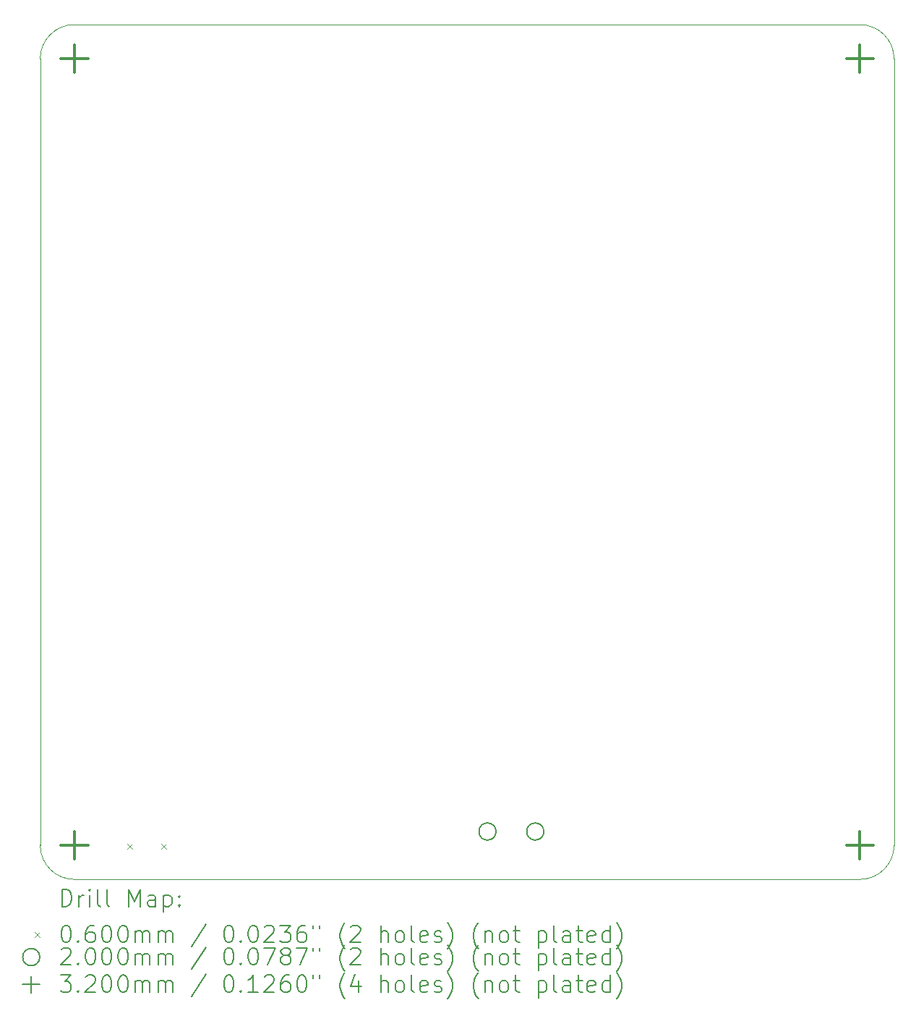
<source format=gbr>
%TF.GenerationSoftware,KiCad,Pcbnew,8.0.5*%
%TF.CreationDate,2025-01-18T12:22:14-08:00*%
%TF.ProjectId,dsp3,64737033-2e6b-4696-9361-645f70636258,rev?*%
%TF.SameCoordinates,Original*%
%TF.FileFunction,Drillmap*%
%TF.FilePolarity,Positive*%
%FSLAX45Y45*%
G04 Gerber Fmt 4.5, Leading zero omitted, Abs format (unit mm)*
G04 Created by KiCad (PCBNEW 8.0.5) date 2025-01-18 12:22:14*
%MOMM*%
%LPD*%
G01*
G04 APERTURE LIST*
%ADD10C,0.100000*%
%ADD11C,0.200000*%
%ADD12C,0.320000*%
G04 APERTURE END LIST*
D10*
X10600000Y-14400000D02*
X10600000Y-5200000D01*
X20200000Y-14800000D02*
X11000000Y-14800000D01*
X20600000Y-5200000D02*
X20600000Y-14400000D01*
X11000000Y-4800000D02*
X20200000Y-4800000D01*
X10600000Y-5200000D02*
G75*
G02*
X11000000Y-4800000I400000J0D01*
G01*
X11000000Y-14800000D02*
G75*
G02*
X10600000Y-14400000I0J400000D01*
G01*
X20600000Y-14400000D02*
G75*
G02*
X20200000Y-14800000I-400000J0D01*
G01*
X20200000Y-4800000D02*
G75*
G02*
X20600000Y-5200000I0J-400000D01*
G01*
D11*
D10*
X11617500Y-14385000D02*
X11677500Y-14445000D01*
X11677500Y-14385000D02*
X11617500Y-14445000D01*
X12017500Y-14385000D02*
X12077500Y-14445000D01*
X12077500Y-14385000D02*
X12017500Y-14445000D01*
D11*
X15938000Y-14240000D02*
G75*
G02*
X15738000Y-14240000I-100000J0D01*
G01*
X15738000Y-14240000D02*
G75*
G02*
X15938000Y-14240000I100000J0D01*
G01*
X16498000Y-14240000D02*
G75*
G02*
X16298000Y-14240000I-100000J0D01*
G01*
X16298000Y-14240000D02*
G75*
G02*
X16498000Y-14240000I100000J0D01*
G01*
D12*
X11000000Y-5040000D02*
X11000000Y-5360000D01*
X10840000Y-5200000D02*
X11160000Y-5200000D01*
X11000000Y-14240000D02*
X11000000Y-14560000D01*
X10840000Y-14400000D02*
X11160000Y-14400000D01*
X20200000Y-5040000D02*
X20200000Y-5360000D01*
X20040000Y-5200000D02*
X20360000Y-5200000D01*
X20200000Y-14240000D02*
X20200000Y-14560000D01*
X20040000Y-14400000D02*
X20360000Y-14400000D01*
D11*
X10855777Y-15116484D02*
X10855777Y-14916484D01*
X10855777Y-14916484D02*
X10903396Y-14916484D01*
X10903396Y-14916484D02*
X10931967Y-14926008D01*
X10931967Y-14926008D02*
X10951015Y-14945055D01*
X10951015Y-14945055D02*
X10960539Y-14964103D01*
X10960539Y-14964103D02*
X10970063Y-15002198D01*
X10970063Y-15002198D02*
X10970063Y-15030769D01*
X10970063Y-15030769D02*
X10960539Y-15068865D01*
X10960539Y-15068865D02*
X10951015Y-15087912D01*
X10951015Y-15087912D02*
X10931967Y-15106960D01*
X10931967Y-15106960D02*
X10903396Y-15116484D01*
X10903396Y-15116484D02*
X10855777Y-15116484D01*
X11055777Y-15116484D02*
X11055777Y-14983150D01*
X11055777Y-15021246D02*
X11065301Y-15002198D01*
X11065301Y-15002198D02*
X11074824Y-14992674D01*
X11074824Y-14992674D02*
X11093872Y-14983150D01*
X11093872Y-14983150D02*
X11112920Y-14983150D01*
X11179586Y-15116484D02*
X11179586Y-14983150D01*
X11179586Y-14916484D02*
X11170063Y-14926008D01*
X11170063Y-14926008D02*
X11179586Y-14935531D01*
X11179586Y-14935531D02*
X11189110Y-14926008D01*
X11189110Y-14926008D02*
X11179586Y-14916484D01*
X11179586Y-14916484D02*
X11179586Y-14935531D01*
X11303396Y-15116484D02*
X11284348Y-15106960D01*
X11284348Y-15106960D02*
X11274824Y-15087912D01*
X11274824Y-15087912D02*
X11274824Y-14916484D01*
X11408158Y-15116484D02*
X11389110Y-15106960D01*
X11389110Y-15106960D02*
X11379586Y-15087912D01*
X11379586Y-15087912D02*
X11379586Y-14916484D01*
X11636729Y-15116484D02*
X11636729Y-14916484D01*
X11636729Y-14916484D02*
X11703396Y-15059341D01*
X11703396Y-15059341D02*
X11770062Y-14916484D01*
X11770062Y-14916484D02*
X11770062Y-15116484D01*
X11951015Y-15116484D02*
X11951015Y-15011722D01*
X11951015Y-15011722D02*
X11941491Y-14992674D01*
X11941491Y-14992674D02*
X11922443Y-14983150D01*
X11922443Y-14983150D02*
X11884348Y-14983150D01*
X11884348Y-14983150D02*
X11865301Y-14992674D01*
X11951015Y-15106960D02*
X11931967Y-15116484D01*
X11931967Y-15116484D02*
X11884348Y-15116484D01*
X11884348Y-15116484D02*
X11865301Y-15106960D01*
X11865301Y-15106960D02*
X11855777Y-15087912D01*
X11855777Y-15087912D02*
X11855777Y-15068865D01*
X11855777Y-15068865D02*
X11865301Y-15049817D01*
X11865301Y-15049817D02*
X11884348Y-15040293D01*
X11884348Y-15040293D02*
X11931967Y-15040293D01*
X11931967Y-15040293D02*
X11951015Y-15030769D01*
X12046253Y-14983150D02*
X12046253Y-15183150D01*
X12046253Y-14992674D02*
X12065301Y-14983150D01*
X12065301Y-14983150D02*
X12103396Y-14983150D01*
X12103396Y-14983150D02*
X12122443Y-14992674D01*
X12122443Y-14992674D02*
X12131967Y-15002198D01*
X12131967Y-15002198D02*
X12141491Y-15021246D01*
X12141491Y-15021246D02*
X12141491Y-15078388D01*
X12141491Y-15078388D02*
X12131967Y-15097436D01*
X12131967Y-15097436D02*
X12122443Y-15106960D01*
X12122443Y-15106960D02*
X12103396Y-15116484D01*
X12103396Y-15116484D02*
X12065301Y-15116484D01*
X12065301Y-15116484D02*
X12046253Y-15106960D01*
X12227205Y-15097436D02*
X12236729Y-15106960D01*
X12236729Y-15106960D02*
X12227205Y-15116484D01*
X12227205Y-15116484D02*
X12217682Y-15106960D01*
X12217682Y-15106960D02*
X12227205Y-15097436D01*
X12227205Y-15097436D02*
X12227205Y-15116484D01*
X12227205Y-14992674D02*
X12236729Y-15002198D01*
X12236729Y-15002198D02*
X12227205Y-15011722D01*
X12227205Y-15011722D02*
X12217682Y-15002198D01*
X12217682Y-15002198D02*
X12227205Y-14992674D01*
X12227205Y-14992674D02*
X12227205Y-15011722D01*
D10*
X10535000Y-15415000D02*
X10595000Y-15475000D01*
X10595000Y-15415000D02*
X10535000Y-15475000D01*
D11*
X10893872Y-15336484D02*
X10912920Y-15336484D01*
X10912920Y-15336484D02*
X10931967Y-15346008D01*
X10931967Y-15346008D02*
X10941491Y-15355531D01*
X10941491Y-15355531D02*
X10951015Y-15374579D01*
X10951015Y-15374579D02*
X10960539Y-15412674D01*
X10960539Y-15412674D02*
X10960539Y-15460293D01*
X10960539Y-15460293D02*
X10951015Y-15498388D01*
X10951015Y-15498388D02*
X10941491Y-15517436D01*
X10941491Y-15517436D02*
X10931967Y-15526960D01*
X10931967Y-15526960D02*
X10912920Y-15536484D01*
X10912920Y-15536484D02*
X10893872Y-15536484D01*
X10893872Y-15536484D02*
X10874824Y-15526960D01*
X10874824Y-15526960D02*
X10865301Y-15517436D01*
X10865301Y-15517436D02*
X10855777Y-15498388D01*
X10855777Y-15498388D02*
X10846253Y-15460293D01*
X10846253Y-15460293D02*
X10846253Y-15412674D01*
X10846253Y-15412674D02*
X10855777Y-15374579D01*
X10855777Y-15374579D02*
X10865301Y-15355531D01*
X10865301Y-15355531D02*
X10874824Y-15346008D01*
X10874824Y-15346008D02*
X10893872Y-15336484D01*
X11046253Y-15517436D02*
X11055777Y-15526960D01*
X11055777Y-15526960D02*
X11046253Y-15536484D01*
X11046253Y-15536484D02*
X11036729Y-15526960D01*
X11036729Y-15526960D02*
X11046253Y-15517436D01*
X11046253Y-15517436D02*
X11046253Y-15536484D01*
X11227205Y-15336484D02*
X11189110Y-15336484D01*
X11189110Y-15336484D02*
X11170063Y-15346008D01*
X11170063Y-15346008D02*
X11160539Y-15355531D01*
X11160539Y-15355531D02*
X11141491Y-15384103D01*
X11141491Y-15384103D02*
X11131967Y-15422198D01*
X11131967Y-15422198D02*
X11131967Y-15498388D01*
X11131967Y-15498388D02*
X11141491Y-15517436D01*
X11141491Y-15517436D02*
X11151015Y-15526960D01*
X11151015Y-15526960D02*
X11170063Y-15536484D01*
X11170063Y-15536484D02*
X11208158Y-15536484D01*
X11208158Y-15536484D02*
X11227205Y-15526960D01*
X11227205Y-15526960D02*
X11236729Y-15517436D01*
X11236729Y-15517436D02*
X11246253Y-15498388D01*
X11246253Y-15498388D02*
X11246253Y-15450769D01*
X11246253Y-15450769D02*
X11236729Y-15431722D01*
X11236729Y-15431722D02*
X11227205Y-15422198D01*
X11227205Y-15422198D02*
X11208158Y-15412674D01*
X11208158Y-15412674D02*
X11170063Y-15412674D01*
X11170063Y-15412674D02*
X11151015Y-15422198D01*
X11151015Y-15422198D02*
X11141491Y-15431722D01*
X11141491Y-15431722D02*
X11131967Y-15450769D01*
X11370062Y-15336484D02*
X11389110Y-15336484D01*
X11389110Y-15336484D02*
X11408158Y-15346008D01*
X11408158Y-15346008D02*
X11417682Y-15355531D01*
X11417682Y-15355531D02*
X11427205Y-15374579D01*
X11427205Y-15374579D02*
X11436729Y-15412674D01*
X11436729Y-15412674D02*
X11436729Y-15460293D01*
X11436729Y-15460293D02*
X11427205Y-15498388D01*
X11427205Y-15498388D02*
X11417682Y-15517436D01*
X11417682Y-15517436D02*
X11408158Y-15526960D01*
X11408158Y-15526960D02*
X11389110Y-15536484D01*
X11389110Y-15536484D02*
X11370062Y-15536484D01*
X11370062Y-15536484D02*
X11351015Y-15526960D01*
X11351015Y-15526960D02*
X11341491Y-15517436D01*
X11341491Y-15517436D02*
X11331967Y-15498388D01*
X11331967Y-15498388D02*
X11322443Y-15460293D01*
X11322443Y-15460293D02*
X11322443Y-15412674D01*
X11322443Y-15412674D02*
X11331967Y-15374579D01*
X11331967Y-15374579D02*
X11341491Y-15355531D01*
X11341491Y-15355531D02*
X11351015Y-15346008D01*
X11351015Y-15346008D02*
X11370062Y-15336484D01*
X11560539Y-15336484D02*
X11579586Y-15336484D01*
X11579586Y-15336484D02*
X11598634Y-15346008D01*
X11598634Y-15346008D02*
X11608158Y-15355531D01*
X11608158Y-15355531D02*
X11617682Y-15374579D01*
X11617682Y-15374579D02*
X11627205Y-15412674D01*
X11627205Y-15412674D02*
X11627205Y-15460293D01*
X11627205Y-15460293D02*
X11617682Y-15498388D01*
X11617682Y-15498388D02*
X11608158Y-15517436D01*
X11608158Y-15517436D02*
X11598634Y-15526960D01*
X11598634Y-15526960D02*
X11579586Y-15536484D01*
X11579586Y-15536484D02*
X11560539Y-15536484D01*
X11560539Y-15536484D02*
X11541491Y-15526960D01*
X11541491Y-15526960D02*
X11531967Y-15517436D01*
X11531967Y-15517436D02*
X11522443Y-15498388D01*
X11522443Y-15498388D02*
X11512920Y-15460293D01*
X11512920Y-15460293D02*
X11512920Y-15412674D01*
X11512920Y-15412674D02*
X11522443Y-15374579D01*
X11522443Y-15374579D02*
X11531967Y-15355531D01*
X11531967Y-15355531D02*
X11541491Y-15346008D01*
X11541491Y-15346008D02*
X11560539Y-15336484D01*
X11712920Y-15536484D02*
X11712920Y-15403150D01*
X11712920Y-15422198D02*
X11722443Y-15412674D01*
X11722443Y-15412674D02*
X11741491Y-15403150D01*
X11741491Y-15403150D02*
X11770063Y-15403150D01*
X11770063Y-15403150D02*
X11789110Y-15412674D01*
X11789110Y-15412674D02*
X11798634Y-15431722D01*
X11798634Y-15431722D02*
X11798634Y-15536484D01*
X11798634Y-15431722D02*
X11808158Y-15412674D01*
X11808158Y-15412674D02*
X11827205Y-15403150D01*
X11827205Y-15403150D02*
X11855777Y-15403150D01*
X11855777Y-15403150D02*
X11874824Y-15412674D01*
X11874824Y-15412674D02*
X11884348Y-15431722D01*
X11884348Y-15431722D02*
X11884348Y-15536484D01*
X11979586Y-15536484D02*
X11979586Y-15403150D01*
X11979586Y-15422198D02*
X11989110Y-15412674D01*
X11989110Y-15412674D02*
X12008158Y-15403150D01*
X12008158Y-15403150D02*
X12036729Y-15403150D01*
X12036729Y-15403150D02*
X12055777Y-15412674D01*
X12055777Y-15412674D02*
X12065301Y-15431722D01*
X12065301Y-15431722D02*
X12065301Y-15536484D01*
X12065301Y-15431722D02*
X12074824Y-15412674D01*
X12074824Y-15412674D02*
X12093872Y-15403150D01*
X12093872Y-15403150D02*
X12122443Y-15403150D01*
X12122443Y-15403150D02*
X12141491Y-15412674D01*
X12141491Y-15412674D02*
X12151015Y-15431722D01*
X12151015Y-15431722D02*
X12151015Y-15536484D01*
X12541491Y-15326960D02*
X12370063Y-15584103D01*
X12798634Y-15336484D02*
X12817682Y-15336484D01*
X12817682Y-15336484D02*
X12836729Y-15346008D01*
X12836729Y-15346008D02*
X12846253Y-15355531D01*
X12846253Y-15355531D02*
X12855777Y-15374579D01*
X12855777Y-15374579D02*
X12865301Y-15412674D01*
X12865301Y-15412674D02*
X12865301Y-15460293D01*
X12865301Y-15460293D02*
X12855777Y-15498388D01*
X12855777Y-15498388D02*
X12846253Y-15517436D01*
X12846253Y-15517436D02*
X12836729Y-15526960D01*
X12836729Y-15526960D02*
X12817682Y-15536484D01*
X12817682Y-15536484D02*
X12798634Y-15536484D01*
X12798634Y-15536484D02*
X12779586Y-15526960D01*
X12779586Y-15526960D02*
X12770063Y-15517436D01*
X12770063Y-15517436D02*
X12760539Y-15498388D01*
X12760539Y-15498388D02*
X12751015Y-15460293D01*
X12751015Y-15460293D02*
X12751015Y-15412674D01*
X12751015Y-15412674D02*
X12760539Y-15374579D01*
X12760539Y-15374579D02*
X12770063Y-15355531D01*
X12770063Y-15355531D02*
X12779586Y-15346008D01*
X12779586Y-15346008D02*
X12798634Y-15336484D01*
X12951015Y-15517436D02*
X12960539Y-15526960D01*
X12960539Y-15526960D02*
X12951015Y-15536484D01*
X12951015Y-15536484D02*
X12941491Y-15526960D01*
X12941491Y-15526960D02*
X12951015Y-15517436D01*
X12951015Y-15517436D02*
X12951015Y-15536484D01*
X13084348Y-15336484D02*
X13103396Y-15336484D01*
X13103396Y-15336484D02*
X13122444Y-15346008D01*
X13122444Y-15346008D02*
X13131967Y-15355531D01*
X13131967Y-15355531D02*
X13141491Y-15374579D01*
X13141491Y-15374579D02*
X13151015Y-15412674D01*
X13151015Y-15412674D02*
X13151015Y-15460293D01*
X13151015Y-15460293D02*
X13141491Y-15498388D01*
X13141491Y-15498388D02*
X13131967Y-15517436D01*
X13131967Y-15517436D02*
X13122444Y-15526960D01*
X13122444Y-15526960D02*
X13103396Y-15536484D01*
X13103396Y-15536484D02*
X13084348Y-15536484D01*
X13084348Y-15536484D02*
X13065301Y-15526960D01*
X13065301Y-15526960D02*
X13055777Y-15517436D01*
X13055777Y-15517436D02*
X13046253Y-15498388D01*
X13046253Y-15498388D02*
X13036729Y-15460293D01*
X13036729Y-15460293D02*
X13036729Y-15412674D01*
X13036729Y-15412674D02*
X13046253Y-15374579D01*
X13046253Y-15374579D02*
X13055777Y-15355531D01*
X13055777Y-15355531D02*
X13065301Y-15346008D01*
X13065301Y-15346008D02*
X13084348Y-15336484D01*
X13227206Y-15355531D02*
X13236729Y-15346008D01*
X13236729Y-15346008D02*
X13255777Y-15336484D01*
X13255777Y-15336484D02*
X13303396Y-15336484D01*
X13303396Y-15336484D02*
X13322444Y-15346008D01*
X13322444Y-15346008D02*
X13331967Y-15355531D01*
X13331967Y-15355531D02*
X13341491Y-15374579D01*
X13341491Y-15374579D02*
X13341491Y-15393627D01*
X13341491Y-15393627D02*
X13331967Y-15422198D01*
X13331967Y-15422198D02*
X13217682Y-15536484D01*
X13217682Y-15536484D02*
X13341491Y-15536484D01*
X13408158Y-15336484D02*
X13531967Y-15336484D01*
X13531967Y-15336484D02*
X13465301Y-15412674D01*
X13465301Y-15412674D02*
X13493872Y-15412674D01*
X13493872Y-15412674D02*
X13512920Y-15422198D01*
X13512920Y-15422198D02*
X13522444Y-15431722D01*
X13522444Y-15431722D02*
X13531967Y-15450769D01*
X13531967Y-15450769D02*
X13531967Y-15498388D01*
X13531967Y-15498388D02*
X13522444Y-15517436D01*
X13522444Y-15517436D02*
X13512920Y-15526960D01*
X13512920Y-15526960D02*
X13493872Y-15536484D01*
X13493872Y-15536484D02*
X13436729Y-15536484D01*
X13436729Y-15536484D02*
X13417682Y-15526960D01*
X13417682Y-15526960D02*
X13408158Y-15517436D01*
X13703396Y-15336484D02*
X13665301Y-15336484D01*
X13665301Y-15336484D02*
X13646253Y-15346008D01*
X13646253Y-15346008D02*
X13636729Y-15355531D01*
X13636729Y-15355531D02*
X13617682Y-15384103D01*
X13617682Y-15384103D02*
X13608158Y-15422198D01*
X13608158Y-15422198D02*
X13608158Y-15498388D01*
X13608158Y-15498388D02*
X13617682Y-15517436D01*
X13617682Y-15517436D02*
X13627206Y-15526960D01*
X13627206Y-15526960D02*
X13646253Y-15536484D01*
X13646253Y-15536484D02*
X13684348Y-15536484D01*
X13684348Y-15536484D02*
X13703396Y-15526960D01*
X13703396Y-15526960D02*
X13712920Y-15517436D01*
X13712920Y-15517436D02*
X13722444Y-15498388D01*
X13722444Y-15498388D02*
X13722444Y-15450769D01*
X13722444Y-15450769D02*
X13712920Y-15431722D01*
X13712920Y-15431722D02*
X13703396Y-15422198D01*
X13703396Y-15422198D02*
X13684348Y-15412674D01*
X13684348Y-15412674D02*
X13646253Y-15412674D01*
X13646253Y-15412674D02*
X13627206Y-15422198D01*
X13627206Y-15422198D02*
X13617682Y-15431722D01*
X13617682Y-15431722D02*
X13608158Y-15450769D01*
X13798634Y-15336484D02*
X13798634Y-15374579D01*
X13874825Y-15336484D02*
X13874825Y-15374579D01*
X14170063Y-15612674D02*
X14160539Y-15603150D01*
X14160539Y-15603150D02*
X14141491Y-15574579D01*
X14141491Y-15574579D02*
X14131968Y-15555531D01*
X14131968Y-15555531D02*
X14122444Y-15526960D01*
X14122444Y-15526960D02*
X14112920Y-15479341D01*
X14112920Y-15479341D02*
X14112920Y-15441246D01*
X14112920Y-15441246D02*
X14122444Y-15393627D01*
X14122444Y-15393627D02*
X14131968Y-15365055D01*
X14131968Y-15365055D02*
X14141491Y-15346008D01*
X14141491Y-15346008D02*
X14160539Y-15317436D01*
X14160539Y-15317436D02*
X14170063Y-15307912D01*
X14236729Y-15355531D02*
X14246253Y-15346008D01*
X14246253Y-15346008D02*
X14265301Y-15336484D01*
X14265301Y-15336484D02*
X14312920Y-15336484D01*
X14312920Y-15336484D02*
X14331968Y-15346008D01*
X14331968Y-15346008D02*
X14341491Y-15355531D01*
X14341491Y-15355531D02*
X14351015Y-15374579D01*
X14351015Y-15374579D02*
X14351015Y-15393627D01*
X14351015Y-15393627D02*
X14341491Y-15422198D01*
X14341491Y-15422198D02*
X14227206Y-15536484D01*
X14227206Y-15536484D02*
X14351015Y-15536484D01*
X14589110Y-15536484D02*
X14589110Y-15336484D01*
X14674825Y-15536484D02*
X14674825Y-15431722D01*
X14674825Y-15431722D02*
X14665301Y-15412674D01*
X14665301Y-15412674D02*
X14646253Y-15403150D01*
X14646253Y-15403150D02*
X14617682Y-15403150D01*
X14617682Y-15403150D02*
X14598634Y-15412674D01*
X14598634Y-15412674D02*
X14589110Y-15422198D01*
X14798634Y-15536484D02*
X14779587Y-15526960D01*
X14779587Y-15526960D02*
X14770063Y-15517436D01*
X14770063Y-15517436D02*
X14760539Y-15498388D01*
X14760539Y-15498388D02*
X14760539Y-15441246D01*
X14760539Y-15441246D02*
X14770063Y-15422198D01*
X14770063Y-15422198D02*
X14779587Y-15412674D01*
X14779587Y-15412674D02*
X14798634Y-15403150D01*
X14798634Y-15403150D02*
X14827206Y-15403150D01*
X14827206Y-15403150D02*
X14846253Y-15412674D01*
X14846253Y-15412674D02*
X14855777Y-15422198D01*
X14855777Y-15422198D02*
X14865301Y-15441246D01*
X14865301Y-15441246D02*
X14865301Y-15498388D01*
X14865301Y-15498388D02*
X14855777Y-15517436D01*
X14855777Y-15517436D02*
X14846253Y-15526960D01*
X14846253Y-15526960D02*
X14827206Y-15536484D01*
X14827206Y-15536484D02*
X14798634Y-15536484D01*
X14979587Y-15536484D02*
X14960539Y-15526960D01*
X14960539Y-15526960D02*
X14951015Y-15507912D01*
X14951015Y-15507912D02*
X14951015Y-15336484D01*
X15131968Y-15526960D02*
X15112920Y-15536484D01*
X15112920Y-15536484D02*
X15074825Y-15536484D01*
X15074825Y-15536484D02*
X15055777Y-15526960D01*
X15055777Y-15526960D02*
X15046253Y-15507912D01*
X15046253Y-15507912D02*
X15046253Y-15431722D01*
X15046253Y-15431722D02*
X15055777Y-15412674D01*
X15055777Y-15412674D02*
X15074825Y-15403150D01*
X15074825Y-15403150D02*
X15112920Y-15403150D01*
X15112920Y-15403150D02*
X15131968Y-15412674D01*
X15131968Y-15412674D02*
X15141491Y-15431722D01*
X15141491Y-15431722D02*
X15141491Y-15450769D01*
X15141491Y-15450769D02*
X15046253Y-15469817D01*
X15217682Y-15526960D02*
X15236730Y-15536484D01*
X15236730Y-15536484D02*
X15274825Y-15536484D01*
X15274825Y-15536484D02*
X15293872Y-15526960D01*
X15293872Y-15526960D02*
X15303396Y-15507912D01*
X15303396Y-15507912D02*
X15303396Y-15498388D01*
X15303396Y-15498388D02*
X15293872Y-15479341D01*
X15293872Y-15479341D02*
X15274825Y-15469817D01*
X15274825Y-15469817D02*
X15246253Y-15469817D01*
X15246253Y-15469817D02*
X15227206Y-15460293D01*
X15227206Y-15460293D02*
X15217682Y-15441246D01*
X15217682Y-15441246D02*
X15217682Y-15431722D01*
X15217682Y-15431722D02*
X15227206Y-15412674D01*
X15227206Y-15412674D02*
X15246253Y-15403150D01*
X15246253Y-15403150D02*
X15274825Y-15403150D01*
X15274825Y-15403150D02*
X15293872Y-15412674D01*
X15370063Y-15612674D02*
X15379587Y-15603150D01*
X15379587Y-15603150D02*
X15398634Y-15574579D01*
X15398634Y-15574579D02*
X15408158Y-15555531D01*
X15408158Y-15555531D02*
X15417682Y-15526960D01*
X15417682Y-15526960D02*
X15427206Y-15479341D01*
X15427206Y-15479341D02*
X15427206Y-15441246D01*
X15427206Y-15441246D02*
X15417682Y-15393627D01*
X15417682Y-15393627D02*
X15408158Y-15365055D01*
X15408158Y-15365055D02*
X15398634Y-15346008D01*
X15398634Y-15346008D02*
X15379587Y-15317436D01*
X15379587Y-15317436D02*
X15370063Y-15307912D01*
X15731968Y-15612674D02*
X15722444Y-15603150D01*
X15722444Y-15603150D02*
X15703396Y-15574579D01*
X15703396Y-15574579D02*
X15693872Y-15555531D01*
X15693872Y-15555531D02*
X15684349Y-15526960D01*
X15684349Y-15526960D02*
X15674825Y-15479341D01*
X15674825Y-15479341D02*
X15674825Y-15441246D01*
X15674825Y-15441246D02*
X15684349Y-15393627D01*
X15684349Y-15393627D02*
X15693872Y-15365055D01*
X15693872Y-15365055D02*
X15703396Y-15346008D01*
X15703396Y-15346008D02*
X15722444Y-15317436D01*
X15722444Y-15317436D02*
X15731968Y-15307912D01*
X15808158Y-15403150D02*
X15808158Y-15536484D01*
X15808158Y-15422198D02*
X15817682Y-15412674D01*
X15817682Y-15412674D02*
X15836730Y-15403150D01*
X15836730Y-15403150D02*
X15865301Y-15403150D01*
X15865301Y-15403150D02*
X15884349Y-15412674D01*
X15884349Y-15412674D02*
X15893872Y-15431722D01*
X15893872Y-15431722D02*
X15893872Y-15536484D01*
X16017682Y-15536484D02*
X15998634Y-15526960D01*
X15998634Y-15526960D02*
X15989111Y-15517436D01*
X15989111Y-15517436D02*
X15979587Y-15498388D01*
X15979587Y-15498388D02*
X15979587Y-15441246D01*
X15979587Y-15441246D02*
X15989111Y-15422198D01*
X15989111Y-15422198D02*
X15998634Y-15412674D01*
X15998634Y-15412674D02*
X16017682Y-15403150D01*
X16017682Y-15403150D02*
X16046253Y-15403150D01*
X16046253Y-15403150D02*
X16065301Y-15412674D01*
X16065301Y-15412674D02*
X16074825Y-15422198D01*
X16074825Y-15422198D02*
X16084349Y-15441246D01*
X16084349Y-15441246D02*
X16084349Y-15498388D01*
X16084349Y-15498388D02*
X16074825Y-15517436D01*
X16074825Y-15517436D02*
X16065301Y-15526960D01*
X16065301Y-15526960D02*
X16046253Y-15536484D01*
X16046253Y-15536484D02*
X16017682Y-15536484D01*
X16141492Y-15403150D02*
X16217682Y-15403150D01*
X16170063Y-15336484D02*
X16170063Y-15507912D01*
X16170063Y-15507912D02*
X16179587Y-15526960D01*
X16179587Y-15526960D02*
X16198634Y-15536484D01*
X16198634Y-15536484D02*
X16217682Y-15536484D01*
X16436730Y-15403150D02*
X16436730Y-15603150D01*
X16436730Y-15412674D02*
X16455777Y-15403150D01*
X16455777Y-15403150D02*
X16493873Y-15403150D01*
X16493873Y-15403150D02*
X16512920Y-15412674D01*
X16512920Y-15412674D02*
X16522444Y-15422198D01*
X16522444Y-15422198D02*
X16531968Y-15441246D01*
X16531968Y-15441246D02*
X16531968Y-15498388D01*
X16531968Y-15498388D02*
X16522444Y-15517436D01*
X16522444Y-15517436D02*
X16512920Y-15526960D01*
X16512920Y-15526960D02*
X16493873Y-15536484D01*
X16493873Y-15536484D02*
X16455777Y-15536484D01*
X16455777Y-15536484D02*
X16436730Y-15526960D01*
X16646253Y-15536484D02*
X16627206Y-15526960D01*
X16627206Y-15526960D02*
X16617682Y-15507912D01*
X16617682Y-15507912D02*
X16617682Y-15336484D01*
X16808158Y-15536484D02*
X16808158Y-15431722D01*
X16808158Y-15431722D02*
X16798635Y-15412674D01*
X16798635Y-15412674D02*
X16779587Y-15403150D01*
X16779587Y-15403150D02*
X16741492Y-15403150D01*
X16741492Y-15403150D02*
X16722444Y-15412674D01*
X16808158Y-15526960D02*
X16789111Y-15536484D01*
X16789111Y-15536484D02*
X16741492Y-15536484D01*
X16741492Y-15536484D02*
X16722444Y-15526960D01*
X16722444Y-15526960D02*
X16712920Y-15507912D01*
X16712920Y-15507912D02*
X16712920Y-15488865D01*
X16712920Y-15488865D02*
X16722444Y-15469817D01*
X16722444Y-15469817D02*
X16741492Y-15460293D01*
X16741492Y-15460293D02*
X16789111Y-15460293D01*
X16789111Y-15460293D02*
X16808158Y-15450769D01*
X16874825Y-15403150D02*
X16951015Y-15403150D01*
X16903396Y-15336484D02*
X16903396Y-15507912D01*
X16903396Y-15507912D02*
X16912920Y-15526960D01*
X16912920Y-15526960D02*
X16931968Y-15536484D01*
X16931968Y-15536484D02*
X16951015Y-15536484D01*
X17093873Y-15526960D02*
X17074825Y-15536484D01*
X17074825Y-15536484D02*
X17036730Y-15536484D01*
X17036730Y-15536484D02*
X17017682Y-15526960D01*
X17017682Y-15526960D02*
X17008158Y-15507912D01*
X17008158Y-15507912D02*
X17008158Y-15431722D01*
X17008158Y-15431722D02*
X17017682Y-15412674D01*
X17017682Y-15412674D02*
X17036730Y-15403150D01*
X17036730Y-15403150D02*
X17074825Y-15403150D01*
X17074825Y-15403150D02*
X17093873Y-15412674D01*
X17093873Y-15412674D02*
X17103396Y-15431722D01*
X17103396Y-15431722D02*
X17103396Y-15450769D01*
X17103396Y-15450769D02*
X17008158Y-15469817D01*
X17274825Y-15536484D02*
X17274825Y-15336484D01*
X17274825Y-15526960D02*
X17255777Y-15536484D01*
X17255777Y-15536484D02*
X17217682Y-15536484D01*
X17217682Y-15536484D02*
X17198635Y-15526960D01*
X17198635Y-15526960D02*
X17189111Y-15517436D01*
X17189111Y-15517436D02*
X17179587Y-15498388D01*
X17179587Y-15498388D02*
X17179587Y-15441246D01*
X17179587Y-15441246D02*
X17189111Y-15422198D01*
X17189111Y-15422198D02*
X17198635Y-15412674D01*
X17198635Y-15412674D02*
X17217682Y-15403150D01*
X17217682Y-15403150D02*
X17255777Y-15403150D01*
X17255777Y-15403150D02*
X17274825Y-15412674D01*
X17351016Y-15612674D02*
X17360539Y-15603150D01*
X17360539Y-15603150D02*
X17379587Y-15574579D01*
X17379587Y-15574579D02*
X17389111Y-15555531D01*
X17389111Y-15555531D02*
X17398635Y-15526960D01*
X17398635Y-15526960D02*
X17408158Y-15479341D01*
X17408158Y-15479341D02*
X17408158Y-15441246D01*
X17408158Y-15441246D02*
X17398635Y-15393627D01*
X17398635Y-15393627D02*
X17389111Y-15365055D01*
X17389111Y-15365055D02*
X17379587Y-15346008D01*
X17379587Y-15346008D02*
X17360539Y-15317436D01*
X17360539Y-15317436D02*
X17351016Y-15307912D01*
X10595000Y-15709000D02*
G75*
G02*
X10395000Y-15709000I-100000J0D01*
G01*
X10395000Y-15709000D02*
G75*
G02*
X10595000Y-15709000I100000J0D01*
G01*
X10846253Y-15619531D02*
X10855777Y-15610008D01*
X10855777Y-15610008D02*
X10874824Y-15600484D01*
X10874824Y-15600484D02*
X10922444Y-15600484D01*
X10922444Y-15600484D02*
X10941491Y-15610008D01*
X10941491Y-15610008D02*
X10951015Y-15619531D01*
X10951015Y-15619531D02*
X10960539Y-15638579D01*
X10960539Y-15638579D02*
X10960539Y-15657627D01*
X10960539Y-15657627D02*
X10951015Y-15686198D01*
X10951015Y-15686198D02*
X10836729Y-15800484D01*
X10836729Y-15800484D02*
X10960539Y-15800484D01*
X11046253Y-15781436D02*
X11055777Y-15790960D01*
X11055777Y-15790960D02*
X11046253Y-15800484D01*
X11046253Y-15800484D02*
X11036729Y-15790960D01*
X11036729Y-15790960D02*
X11046253Y-15781436D01*
X11046253Y-15781436D02*
X11046253Y-15800484D01*
X11179586Y-15600484D02*
X11198634Y-15600484D01*
X11198634Y-15600484D02*
X11217682Y-15610008D01*
X11217682Y-15610008D02*
X11227205Y-15619531D01*
X11227205Y-15619531D02*
X11236729Y-15638579D01*
X11236729Y-15638579D02*
X11246253Y-15676674D01*
X11246253Y-15676674D02*
X11246253Y-15724293D01*
X11246253Y-15724293D02*
X11236729Y-15762388D01*
X11236729Y-15762388D02*
X11227205Y-15781436D01*
X11227205Y-15781436D02*
X11217682Y-15790960D01*
X11217682Y-15790960D02*
X11198634Y-15800484D01*
X11198634Y-15800484D02*
X11179586Y-15800484D01*
X11179586Y-15800484D02*
X11160539Y-15790960D01*
X11160539Y-15790960D02*
X11151015Y-15781436D01*
X11151015Y-15781436D02*
X11141491Y-15762388D01*
X11141491Y-15762388D02*
X11131967Y-15724293D01*
X11131967Y-15724293D02*
X11131967Y-15676674D01*
X11131967Y-15676674D02*
X11141491Y-15638579D01*
X11141491Y-15638579D02*
X11151015Y-15619531D01*
X11151015Y-15619531D02*
X11160539Y-15610008D01*
X11160539Y-15610008D02*
X11179586Y-15600484D01*
X11370062Y-15600484D02*
X11389110Y-15600484D01*
X11389110Y-15600484D02*
X11408158Y-15610008D01*
X11408158Y-15610008D02*
X11417682Y-15619531D01*
X11417682Y-15619531D02*
X11427205Y-15638579D01*
X11427205Y-15638579D02*
X11436729Y-15676674D01*
X11436729Y-15676674D02*
X11436729Y-15724293D01*
X11436729Y-15724293D02*
X11427205Y-15762388D01*
X11427205Y-15762388D02*
X11417682Y-15781436D01*
X11417682Y-15781436D02*
X11408158Y-15790960D01*
X11408158Y-15790960D02*
X11389110Y-15800484D01*
X11389110Y-15800484D02*
X11370062Y-15800484D01*
X11370062Y-15800484D02*
X11351015Y-15790960D01*
X11351015Y-15790960D02*
X11341491Y-15781436D01*
X11341491Y-15781436D02*
X11331967Y-15762388D01*
X11331967Y-15762388D02*
X11322443Y-15724293D01*
X11322443Y-15724293D02*
X11322443Y-15676674D01*
X11322443Y-15676674D02*
X11331967Y-15638579D01*
X11331967Y-15638579D02*
X11341491Y-15619531D01*
X11341491Y-15619531D02*
X11351015Y-15610008D01*
X11351015Y-15610008D02*
X11370062Y-15600484D01*
X11560539Y-15600484D02*
X11579586Y-15600484D01*
X11579586Y-15600484D02*
X11598634Y-15610008D01*
X11598634Y-15610008D02*
X11608158Y-15619531D01*
X11608158Y-15619531D02*
X11617682Y-15638579D01*
X11617682Y-15638579D02*
X11627205Y-15676674D01*
X11627205Y-15676674D02*
X11627205Y-15724293D01*
X11627205Y-15724293D02*
X11617682Y-15762388D01*
X11617682Y-15762388D02*
X11608158Y-15781436D01*
X11608158Y-15781436D02*
X11598634Y-15790960D01*
X11598634Y-15790960D02*
X11579586Y-15800484D01*
X11579586Y-15800484D02*
X11560539Y-15800484D01*
X11560539Y-15800484D02*
X11541491Y-15790960D01*
X11541491Y-15790960D02*
X11531967Y-15781436D01*
X11531967Y-15781436D02*
X11522443Y-15762388D01*
X11522443Y-15762388D02*
X11512920Y-15724293D01*
X11512920Y-15724293D02*
X11512920Y-15676674D01*
X11512920Y-15676674D02*
X11522443Y-15638579D01*
X11522443Y-15638579D02*
X11531967Y-15619531D01*
X11531967Y-15619531D02*
X11541491Y-15610008D01*
X11541491Y-15610008D02*
X11560539Y-15600484D01*
X11712920Y-15800484D02*
X11712920Y-15667150D01*
X11712920Y-15686198D02*
X11722443Y-15676674D01*
X11722443Y-15676674D02*
X11741491Y-15667150D01*
X11741491Y-15667150D02*
X11770063Y-15667150D01*
X11770063Y-15667150D02*
X11789110Y-15676674D01*
X11789110Y-15676674D02*
X11798634Y-15695722D01*
X11798634Y-15695722D02*
X11798634Y-15800484D01*
X11798634Y-15695722D02*
X11808158Y-15676674D01*
X11808158Y-15676674D02*
X11827205Y-15667150D01*
X11827205Y-15667150D02*
X11855777Y-15667150D01*
X11855777Y-15667150D02*
X11874824Y-15676674D01*
X11874824Y-15676674D02*
X11884348Y-15695722D01*
X11884348Y-15695722D02*
X11884348Y-15800484D01*
X11979586Y-15800484D02*
X11979586Y-15667150D01*
X11979586Y-15686198D02*
X11989110Y-15676674D01*
X11989110Y-15676674D02*
X12008158Y-15667150D01*
X12008158Y-15667150D02*
X12036729Y-15667150D01*
X12036729Y-15667150D02*
X12055777Y-15676674D01*
X12055777Y-15676674D02*
X12065301Y-15695722D01*
X12065301Y-15695722D02*
X12065301Y-15800484D01*
X12065301Y-15695722D02*
X12074824Y-15676674D01*
X12074824Y-15676674D02*
X12093872Y-15667150D01*
X12093872Y-15667150D02*
X12122443Y-15667150D01*
X12122443Y-15667150D02*
X12141491Y-15676674D01*
X12141491Y-15676674D02*
X12151015Y-15695722D01*
X12151015Y-15695722D02*
X12151015Y-15800484D01*
X12541491Y-15590960D02*
X12370063Y-15848103D01*
X12798634Y-15600484D02*
X12817682Y-15600484D01*
X12817682Y-15600484D02*
X12836729Y-15610008D01*
X12836729Y-15610008D02*
X12846253Y-15619531D01*
X12846253Y-15619531D02*
X12855777Y-15638579D01*
X12855777Y-15638579D02*
X12865301Y-15676674D01*
X12865301Y-15676674D02*
X12865301Y-15724293D01*
X12865301Y-15724293D02*
X12855777Y-15762388D01*
X12855777Y-15762388D02*
X12846253Y-15781436D01*
X12846253Y-15781436D02*
X12836729Y-15790960D01*
X12836729Y-15790960D02*
X12817682Y-15800484D01*
X12817682Y-15800484D02*
X12798634Y-15800484D01*
X12798634Y-15800484D02*
X12779586Y-15790960D01*
X12779586Y-15790960D02*
X12770063Y-15781436D01*
X12770063Y-15781436D02*
X12760539Y-15762388D01*
X12760539Y-15762388D02*
X12751015Y-15724293D01*
X12751015Y-15724293D02*
X12751015Y-15676674D01*
X12751015Y-15676674D02*
X12760539Y-15638579D01*
X12760539Y-15638579D02*
X12770063Y-15619531D01*
X12770063Y-15619531D02*
X12779586Y-15610008D01*
X12779586Y-15610008D02*
X12798634Y-15600484D01*
X12951015Y-15781436D02*
X12960539Y-15790960D01*
X12960539Y-15790960D02*
X12951015Y-15800484D01*
X12951015Y-15800484D02*
X12941491Y-15790960D01*
X12941491Y-15790960D02*
X12951015Y-15781436D01*
X12951015Y-15781436D02*
X12951015Y-15800484D01*
X13084348Y-15600484D02*
X13103396Y-15600484D01*
X13103396Y-15600484D02*
X13122444Y-15610008D01*
X13122444Y-15610008D02*
X13131967Y-15619531D01*
X13131967Y-15619531D02*
X13141491Y-15638579D01*
X13141491Y-15638579D02*
X13151015Y-15676674D01*
X13151015Y-15676674D02*
X13151015Y-15724293D01*
X13151015Y-15724293D02*
X13141491Y-15762388D01*
X13141491Y-15762388D02*
X13131967Y-15781436D01*
X13131967Y-15781436D02*
X13122444Y-15790960D01*
X13122444Y-15790960D02*
X13103396Y-15800484D01*
X13103396Y-15800484D02*
X13084348Y-15800484D01*
X13084348Y-15800484D02*
X13065301Y-15790960D01*
X13065301Y-15790960D02*
X13055777Y-15781436D01*
X13055777Y-15781436D02*
X13046253Y-15762388D01*
X13046253Y-15762388D02*
X13036729Y-15724293D01*
X13036729Y-15724293D02*
X13036729Y-15676674D01*
X13036729Y-15676674D02*
X13046253Y-15638579D01*
X13046253Y-15638579D02*
X13055777Y-15619531D01*
X13055777Y-15619531D02*
X13065301Y-15610008D01*
X13065301Y-15610008D02*
X13084348Y-15600484D01*
X13217682Y-15600484D02*
X13351015Y-15600484D01*
X13351015Y-15600484D02*
X13265301Y-15800484D01*
X13455777Y-15686198D02*
X13436729Y-15676674D01*
X13436729Y-15676674D02*
X13427206Y-15667150D01*
X13427206Y-15667150D02*
X13417682Y-15648103D01*
X13417682Y-15648103D02*
X13417682Y-15638579D01*
X13417682Y-15638579D02*
X13427206Y-15619531D01*
X13427206Y-15619531D02*
X13436729Y-15610008D01*
X13436729Y-15610008D02*
X13455777Y-15600484D01*
X13455777Y-15600484D02*
X13493872Y-15600484D01*
X13493872Y-15600484D02*
X13512920Y-15610008D01*
X13512920Y-15610008D02*
X13522444Y-15619531D01*
X13522444Y-15619531D02*
X13531967Y-15638579D01*
X13531967Y-15638579D02*
X13531967Y-15648103D01*
X13531967Y-15648103D02*
X13522444Y-15667150D01*
X13522444Y-15667150D02*
X13512920Y-15676674D01*
X13512920Y-15676674D02*
X13493872Y-15686198D01*
X13493872Y-15686198D02*
X13455777Y-15686198D01*
X13455777Y-15686198D02*
X13436729Y-15695722D01*
X13436729Y-15695722D02*
X13427206Y-15705246D01*
X13427206Y-15705246D02*
X13417682Y-15724293D01*
X13417682Y-15724293D02*
X13417682Y-15762388D01*
X13417682Y-15762388D02*
X13427206Y-15781436D01*
X13427206Y-15781436D02*
X13436729Y-15790960D01*
X13436729Y-15790960D02*
X13455777Y-15800484D01*
X13455777Y-15800484D02*
X13493872Y-15800484D01*
X13493872Y-15800484D02*
X13512920Y-15790960D01*
X13512920Y-15790960D02*
X13522444Y-15781436D01*
X13522444Y-15781436D02*
X13531967Y-15762388D01*
X13531967Y-15762388D02*
X13531967Y-15724293D01*
X13531967Y-15724293D02*
X13522444Y-15705246D01*
X13522444Y-15705246D02*
X13512920Y-15695722D01*
X13512920Y-15695722D02*
X13493872Y-15686198D01*
X13598634Y-15600484D02*
X13731967Y-15600484D01*
X13731967Y-15600484D02*
X13646253Y-15800484D01*
X13798634Y-15600484D02*
X13798634Y-15638579D01*
X13874825Y-15600484D02*
X13874825Y-15638579D01*
X14170063Y-15876674D02*
X14160539Y-15867150D01*
X14160539Y-15867150D02*
X14141491Y-15838579D01*
X14141491Y-15838579D02*
X14131968Y-15819531D01*
X14131968Y-15819531D02*
X14122444Y-15790960D01*
X14122444Y-15790960D02*
X14112920Y-15743341D01*
X14112920Y-15743341D02*
X14112920Y-15705246D01*
X14112920Y-15705246D02*
X14122444Y-15657627D01*
X14122444Y-15657627D02*
X14131968Y-15629055D01*
X14131968Y-15629055D02*
X14141491Y-15610008D01*
X14141491Y-15610008D02*
X14160539Y-15581436D01*
X14160539Y-15581436D02*
X14170063Y-15571912D01*
X14236729Y-15619531D02*
X14246253Y-15610008D01*
X14246253Y-15610008D02*
X14265301Y-15600484D01*
X14265301Y-15600484D02*
X14312920Y-15600484D01*
X14312920Y-15600484D02*
X14331968Y-15610008D01*
X14331968Y-15610008D02*
X14341491Y-15619531D01*
X14341491Y-15619531D02*
X14351015Y-15638579D01*
X14351015Y-15638579D02*
X14351015Y-15657627D01*
X14351015Y-15657627D02*
X14341491Y-15686198D01*
X14341491Y-15686198D02*
X14227206Y-15800484D01*
X14227206Y-15800484D02*
X14351015Y-15800484D01*
X14589110Y-15800484D02*
X14589110Y-15600484D01*
X14674825Y-15800484D02*
X14674825Y-15695722D01*
X14674825Y-15695722D02*
X14665301Y-15676674D01*
X14665301Y-15676674D02*
X14646253Y-15667150D01*
X14646253Y-15667150D02*
X14617682Y-15667150D01*
X14617682Y-15667150D02*
X14598634Y-15676674D01*
X14598634Y-15676674D02*
X14589110Y-15686198D01*
X14798634Y-15800484D02*
X14779587Y-15790960D01*
X14779587Y-15790960D02*
X14770063Y-15781436D01*
X14770063Y-15781436D02*
X14760539Y-15762388D01*
X14760539Y-15762388D02*
X14760539Y-15705246D01*
X14760539Y-15705246D02*
X14770063Y-15686198D01*
X14770063Y-15686198D02*
X14779587Y-15676674D01*
X14779587Y-15676674D02*
X14798634Y-15667150D01*
X14798634Y-15667150D02*
X14827206Y-15667150D01*
X14827206Y-15667150D02*
X14846253Y-15676674D01*
X14846253Y-15676674D02*
X14855777Y-15686198D01*
X14855777Y-15686198D02*
X14865301Y-15705246D01*
X14865301Y-15705246D02*
X14865301Y-15762388D01*
X14865301Y-15762388D02*
X14855777Y-15781436D01*
X14855777Y-15781436D02*
X14846253Y-15790960D01*
X14846253Y-15790960D02*
X14827206Y-15800484D01*
X14827206Y-15800484D02*
X14798634Y-15800484D01*
X14979587Y-15800484D02*
X14960539Y-15790960D01*
X14960539Y-15790960D02*
X14951015Y-15771912D01*
X14951015Y-15771912D02*
X14951015Y-15600484D01*
X15131968Y-15790960D02*
X15112920Y-15800484D01*
X15112920Y-15800484D02*
X15074825Y-15800484D01*
X15074825Y-15800484D02*
X15055777Y-15790960D01*
X15055777Y-15790960D02*
X15046253Y-15771912D01*
X15046253Y-15771912D02*
X15046253Y-15695722D01*
X15046253Y-15695722D02*
X15055777Y-15676674D01*
X15055777Y-15676674D02*
X15074825Y-15667150D01*
X15074825Y-15667150D02*
X15112920Y-15667150D01*
X15112920Y-15667150D02*
X15131968Y-15676674D01*
X15131968Y-15676674D02*
X15141491Y-15695722D01*
X15141491Y-15695722D02*
X15141491Y-15714769D01*
X15141491Y-15714769D02*
X15046253Y-15733817D01*
X15217682Y-15790960D02*
X15236730Y-15800484D01*
X15236730Y-15800484D02*
X15274825Y-15800484D01*
X15274825Y-15800484D02*
X15293872Y-15790960D01*
X15293872Y-15790960D02*
X15303396Y-15771912D01*
X15303396Y-15771912D02*
X15303396Y-15762388D01*
X15303396Y-15762388D02*
X15293872Y-15743341D01*
X15293872Y-15743341D02*
X15274825Y-15733817D01*
X15274825Y-15733817D02*
X15246253Y-15733817D01*
X15246253Y-15733817D02*
X15227206Y-15724293D01*
X15227206Y-15724293D02*
X15217682Y-15705246D01*
X15217682Y-15705246D02*
X15217682Y-15695722D01*
X15217682Y-15695722D02*
X15227206Y-15676674D01*
X15227206Y-15676674D02*
X15246253Y-15667150D01*
X15246253Y-15667150D02*
X15274825Y-15667150D01*
X15274825Y-15667150D02*
X15293872Y-15676674D01*
X15370063Y-15876674D02*
X15379587Y-15867150D01*
X15379587Y-15867150D02*
X15398634Y-15838579D01*
X15398634Y-15838579D02*
X15408158Y-15819531D01*
X15408158Y-15819531D02*
X15417682Y-15790960D01*
X15417682Y-15790960D02*
X15427206Y-15743341D01*
X15427206Y-15743341D02*
X15427206Y-15705246D01*
X15427206Y-15705246D02*
X15417682Y-15657627D01*
X15417682Y-15657627D02*
X15408158Y-15629055D01*
X15408158Y-15629055D02*
X15398634Y-15610008D01*
X15398634Y-15610008D02*
X15379587Y-15581436D01*
X15379587Y-15581436D02*
X15370063Y-15571912D01*
X15731968Y-15876674D02*
X15722444Y-15867150D01*
X15722444Y-15867150D02*
X15703396Y-15838579D01*
X15703396Y-15838579D02*
X15693872Y-15819531D01*
X15693872Y-15819531D02*
X15684349Y-15790960D01*
X15684349Y-15790960D02*
X15674825Y-15743341D01*
X15674825Y-15743341D02*
X15674825Y-15705246D01*
X15674825Y-15705246D02*
X15684349Y-15657627D01*
X15684349Y-15657627D02*
X15693872Y-15629055D01*
X15693872Y-15629055D02*
X15703396Y-15610008D01*
X15703396Y-15610008D02*
X15722444Y-15581436D01*
X15722444Y-15581436D02*
X15731968Y-15571912D01*
X15808158Y-15667150D02*
X15808158Y-15800484D01*
X15808158Y-15686198D02*
X15817682Y-15676674D01*
X15817682Y-15676674D02*
X15836730Y-15667150D01*
X15836730Y-15667150D02*
X15865301Y-15667150D01*
X15865301Y-15667150D02*
X15884349Y-15676674D01*
X15884349Y-15676674D02*
X15893872Y-15695722D01*
X15893872Y-15695722D02*
X15893872Y-15800484D01*
X16017682Y-15800484D02*
X15998634Y-15790960D01*
X15998634Y-15790960D02*
X15989111Y-15781436D01*
X15989111Y-15781436D02*
X15979587Y-15762388D01*
X15979587Y-15762388D02*
X15979587Y-15705246D01*
X15979587Y-15705246D02*
X15989111Y-15686198D01*
X15989111Y-15686198D02*
X15998634Y-15676674D01*
X15998634Y-15676674D02*
X16017682Y-15667150D01*
X16017682Y-15667150D02*
X16046253Y-15667150D01*
X16046253Y-15667150D02*
X16065301Y-15676674D01*
X16065301Y-15676674D02*
X16074825Y-15686198D01*
X16074825Y-15686198D02*
X16084349Y-15705246D01*
X16084349Y-15705246D02*
X16084349Y-15762388D01*
X16084349Y-15762388D02*
X16074825Y-15781436D01*
X16074825Y-15781436D02*
X16065301Y-15790960D01*
X16065301Y-15790960D02*
X16046253Y-15800484D01*
X16046253Y-15800484D02*
X16017682Y-15800484D01*
X16141492Y-15667150D02*
X16217682Y-15667150D01*
X16170063Y-15600484D02*
X16170063Y-15771912D01*
X16170063Y-15771912D02*
X16179587Y-15790960D01*
X16179587Y-15790960D02*
X16198634Y-15800484D01*
X16198634Y-15800484D02*
X16217682Y-15800484D01*
X16436730Y-15667150D02*
X16436730Y-15867150D01*
X16436730Y-15676674D02*
X16455777Y-15667150D01*
X16455777Y-15667150D02*
X16493873Y-15667150D01*
X16493873Y-15667150D02*
X16512920Y-15676674D01*
X16512920Y-15676674D02*
X16522444Y-15686198D01*
X16522444Y-15686198D02*
X16531968Y-15705246D01*
X16531968Y-15705246D02*
X16531968Y-15762388D01*
X16531968Y-15762388D02*
X16522444Y-15781436D01*
X16522444Y-15781436D02*
X16512920Y-15790960D01*
X16512920Y-15790960D02*
X16493873Y-15800484D01*
X16493873Y-15800484D02*
X16455777Y-15800484D01*
X16455777Y-15800484D02*
X16436730Y-15790960D01*
X16646253Y-15800484D02*
X16627206Y-15790960D01*
X16627206Y-15790960D02*
X16617682Y-15771912D01*
X16617682Y-15771912D02*
X16617682Y-15600484D01*
X16808158Y-15800484D02*
X16808158Y-15695722D01*
X16808158Y-15695722D02*
X16798635Y-15676674D01*
X16798635Y-15676674D02*
X16779587Y-15667150D01*
X16779587Y-15667150D02*
X16741492Y-15667150D01*
X16741492Y-15667150D02*
X16722444Y-15676674D01*
X16808158Y-15790960D02*
X16789111Y-15800484D01*
X16789111Y-15800484D02*
X16741492Y-15800484D01*
X16741492Y-15800484D02*
X16722444Y-15790960D01*
X16722444Y-15790960D02*
X16712920Y-15771912D01*
X16712920Y-15771912D02*
X16712920Y-15752865D01*
X16712920Y-15752865D02*
X16722444Y-15733817D01*
X16722444Y-15733817D02*
X16741492Y-15724293D01*
X16741492Y-15724293D02*
X16789111Y-15724293D01*
X16789111Y-15724293D02*
X16808158Y-15714769D01*
X16874825Y-15667150D02*
X16951015Y-15667150D01*
X16903396Y-15600484D02*
X16903396Y-15771912D01*
X16903396Y-15771912D02*
X16912920Y-15790960D01*
X16912920Y-15790960D02*
X16931968Y-15800484D01*
X16931968Y-15800484D02*
X16951015Y-15800484D01*
X17093873Y-15790960D02*
X17074825Y-15800484D01*
X17074825Y-15800484D02*
X17036730Y-15800484D01*
X17036730Y-15800484D02*
X17017682Y-15790960D01*
X17017682Y-15790960D02*
X17008158Y-15771912D01*
X17008158Y-15771912D02*
X17008158Y-15695722D01*
X17008158Y-15695722D02*
X17017682Y-15676674D01*
X17017682Y-15676674D02*
X17036730Y-15667150D01*
X17036730Y-15667150D02*
X17074825Y-15667150D01*
X17074825Y-15667150D02*
X17093873Y-15676674D01*
X17093873Y-15676674D02*
X17103396Y-15695722D01*
X17103396Y-15695722D02*
X17103396Y-15714769D01*
X17103396Y-15714769D02*
X17008158Y-15733817D01*
X17274825Y-15800484D02*
X17274825Y-15600484D01*
X17274825Y-15790960D02*
X17255777Y-15800484D01*
X17255777Y-15800484D02*
X17217682Y-15800484D01*
X17217682Y-15800484D02*
X17198635Y-15790960D01*
X17198635Y-15790960D02*
X17189111Y-15781436D01*
X17189111Y-15781436D02*
X17179587Y-15762388D01*
X17179587Y-15762388D02*
X17179587Y-15705246D01*
X17179587Y-15705246D02*
X17189111Y-15686198D01*
X17189111Y-15686198D02*
X17198635Y-15676674D01*
X17198635Y-15676674D02*
X17217682Y-15667150D01*
X17217682Y-15667150D02*
X17255777Y-15667150D01*
X17255777Y-15667150D02*
X17274825Y-15676674D01*
X17351016Y-15876674D02*
X17360539Y-15867150D01*
X17360539Y-15867150D02*
X17379587Y-15838579D01*
X17379587Y-15838579D02*
X17389111Y-15819531D01*
X17389111Y-15819531D02*
X17398635Y-15790960D01*
X17398635Y-15790960D02*
X17408158Y-15743341D01*
X17408158Y-15743341D02*
X17408158Y-15705246D01*
X17408158Y-15705246D02*
X17398635Y-15657627D01*
X17398635Y-15657627D02*
X17389111Y-15629055D01*
X17389111Y-15629055D02*
X17379587Y-15610008D01*
X17379587Y-15610008D02*
X17360539Y-15581436D01*
X17360539Y-15581436D02*
X17351016Y-15571912D01*
X10495000Y-15929000D02*
X10495000Y-16129000D01*
X10395000Y-16029000D02*
X10595000Y-16029000D01*
X10836729Y-15920484D02*
X10960539Y-15920484D01*
X10960539Y-15920484D02*
X10893872Y-15996674D01*
X10893872Y-15996674D02*
X10922444Y-15996674D01*
X10922444Y-15996674D02*
X10941491Y-16006198D01*
X10941491Y-16006198D02*
X10951015Y-16015722D01*
X10951015Y-16015722D02*
X10960539Y-16034769D01*
X10960539Y-16034769D02*
X10960539Y-16082388D01*
X10960539Y-16082388D02*
X10951015Y-16101436D01*
X10951015Y-16101436D02*
X10941491Y-16110960D01*
X10941491Y-16110960D02*
X10922444Y-16120484D01*
X10922444Y-16120484D02*
X10865301Y-16120484D01*
X10865301Y-16120484D02*
X10846253Y-16110960D01*
X10846253Y-16110960D02*
X10836729Y-16101436D01*
X11046253Y-16101436D02*
X11055777Y-16110960D01*
X11055777Y-16110960D02*
X11046253Y-16120484D01*
X11046253Y-16120484D02*
X11036729Y-16110960D01*
X11036729Y-16110960D02*
X11046253Y-16101436D01*
X11046253Y-16101436D02*
X11046253Y-16120484D01*
X11131967Y-15939531D02*
X11141491Y-15930008D01*
X11141491Y-15930008D02*
X11160539Y-15920484D01*
X11160539Y-15920484D02*
X11208158Y-15920484D01*
X11208158Y-15920484D02*
X11227205Y-15930008D01*
X11227205Y-15930008D02*
X11236729Y-15939531D01*
X11236729Y-15939531D02*
X11246253Y-15958579D01*
X11246253Y-15958579D02*
X11246253Y-15977627D01*
X11246253Y-15977627D02*
X11236729Y-16006198D01*
X11236729Y-16006198D02*
X11122444Y-16120484D01*
X11122444Y-16120484D02*
X11246253Y-16120484D01*
X11370062Y-15920484D02*
X11389110Y-15920484D01*
X11389110Y-15920484D02*
X11408158Y-15930008D01*
X11408158Y-15930008D02*
X11417682Y-15939531D01*
X11417682Y-15939531D02*
X11427205Y-15958579D01*
X11427205Y-15958579D02*
X11436729Y-15996674D01*
X11436729Y-15996674D02*
X11436729Y-16044293D01*
X11436729Y-16044293D02*
X11427205Y-16082388D01*
X11427205Y-16082388D02*
X11417682Y-16101436D01*
X11417682Y-16101436D02*
X11408158Y-16110960D01*
X11408158Y-16110960D02*
X11389110Y-16120484D01*
X11389110Y-16120484D02*
X11370062Y-16120484D01*
X11370062Y-16120484D02*
X11351015Y-16110960D01*
X11351015Y-16110960D02*
X11341491Y-16101436D01*
X11341491Y-16101436D02*
X11331967Y-16082388D01*
X11331967Y-16082388D02*
X11322443Y-16044293D01*
X11322443Y-16044293D02*
X11322443Y-15996674D01*
X11322443Y-15996674D02*
X11331967Y-15958579D01*
X11331967Y-15958579D02*
X11341491Y-15939531D01*
X11341491Y-15939531D02*
X11351015Y-15930008D01*
X11351015Y-15930008D02*
X11370062Y-15920484D01*
X11560539Y-15920484D02*
X11579586Y-15920484D01*
X11579586Y-15920484D02*
X11598634Y-15930008D01*
X11598634Y-15930008D02*
X11608158Y-15939531D01*
X11608158Y-15939531D02*
X11617682Y-15958579D01*
X11617682Y-15958579D02*
X11627205Y-15996674D01*
X11627205Y-15996674D02*
X11627205Y-16044293D01*
X11627205Y-16044293D02*
X11617682Y-16082388D01*
X11617682Y-16082388D02*
X11608158Y-16101436D01*
X11608158Y-16101436D02*
X11598634Y-16110960D01*
X11598634Y-16110960D02*
X11579586Y-16120484D01*
X11579586Y-16120484D02*
X11560539Y-16120484D01*
X11560539Y-16120484D02*
X11541491Y-16110960D01*
X11541491Y-16110960D02*
X11531967Y-16101436D01*
X11531967Y-16101436D02*
X11522443Y-16082388D01*
X11522443Y-16082388D02*
X11512920Y-16044293D01*
X11512920Y-16044293D02*
X11512920Y-15996674D01*
X11512920Y-15996674D02*
X11522443Y-15958579D01*
X11522443Y-15958579D02*
X11531967Y-15939531D01*
X11531967Y-15939531D02*
X11541491Y-15930008D01*
X11541491Y-15930008D02*
X11560539Y-15920484D01*
X11712920Y-16120484D02*
X11712920Y-15987150D01*
X11712920Y-16006198D02*
X11722443Y-15996674D01*
X11722443Y-15996674D02*
X11741491Y-15987150D01*
X11741491Y-15987150D02*
X11770063Y-15987150D01*
X11770063Y-15987150D02*
X11789110Y-15996674D01*
X11789110Y-15996674D02*
X11798634Y-16015722D01*
X11798634Y-16015722D02*
X11798634Y-16120484D01*
X11798634Y-16015722D02*
X11808158Y-15996674D01*
X11808158Y-15996674D02*
X11827205Y-15987150D01*
X11827205Y-15987150D02*
X11855777Y-15987150D01*
X11855777Y-15987150D02*
X11874824Y-15996674D01*
X11874824Y-15996674D02*
X11884348Y-16015722D01*
X11884348Y-16015722D02*
X11884348Y-16120484D01*
X11979586Y-16120484D02*
X11979586Y-15987150D01*
X11979586Y-16006198D02*
X11989110Y-15996674D01*
X11989110Y-15996674D02*
X12008158Y-15987150D01*
X12008158Y-15987150D02*
X12036729Y-15987150D01*
X12036729Y-15987150D02*
X12055777Y-15996674D01*
X12055777Y-15996674D02*
X12065301Y-16015722D01*
X12065301Y-16015722D02*
X12065301Y-16120484D01*
X12065301Y-16015722D02*
X12074824Y-15996674D01*
X12074824Y-15996674D02*
X12093872Y-15987150D01*
X12093872Y-15987150D02*
X12122443Y-15987150D01*
X12122443Y-15987150D02*
X12141491Y-15996674D01*
X12141491Y-15996674D02*
X12151015Y-16015722D01*
X12151015Y-16015722D02*
X12151015Y-16120484D01*
X12541491Y-15910960D02*
X12370063Y-16168103D01*
X12798634Y-15920484D02*
X12817682Y-15920484D01*
X12817682Y-15920484D02*
X12836729Y-15930008D01*
X12836729Y-15930008D02*
X12846253Y-15939531D01*
X12846253Y-15939531D02*
X12855777Y-15958579D01*
X12855777Y-15958579D02*
X12865301Y-15996674D01*
X12865301Y-15996674D02*
X12865301Y-16044293D01*
X12865301Y-16044293D02*
X12855777Y-16082388D01*
X12855777Y-16082388D02*
X12846253Y-16101436D01*
X12846253Y-16101436D02*
X12836729Y-16110960D01*
X12836729Y-16110960D02*
X12817682Y-16120484D01*
X12817682Y-16120484D02*
X12798634Y-16120484D01*
X12798634Y-16120484D02*
X12779586Y-16110960D01*
X12779586Y-16110960D02*
X12770063Y-16101436D01*
X12770063Y-16101436D02*
X12760539Y-16082388D01*
X12760539Y-16082388D02*
X12751015Y-16044293D01*
X12751015Y-16044293D02*
X12751015Y-15996674D01*
X12751015Y-15996674D02*
X12760539Y-15958579D01*
X12760539Y-15958579D02*
X12770063Y-15939531D01*
X12770063Y-15939531D02*
X12779586Y-15930008D01*
X12779586Y-15930008D02*
X12798634Y-15920484D01*
X12951015Y-16101436D02*
X12960539Y-16110960D01*
X12960539Y-16110960D02*
X12951015Y-16120484D01*
X12951015Y-16120484D02*
X12941491Y-16110960D01*
X12941491Y-16110960D02*
X12951015Y-16101436D01*
X12951015Y-16101436D02*
X12951015Y-16120484D01*
X13151015Y-16120484D02*
X13036729Y-16120484D01*
X13093872Y-16120484D02*
X13093872Y-15920484D01*
X13093872Y-15920484D02*
X13074825Y-15949055D01*
X13074825Y-15949055D02*
X13055777Y-15968103D01*
X13055777Y-15968103D02*
X13036729Y-15977627D01*
X13227206Y-15939531D02*
X13236729Y-15930008D01*
X13236729Y-15930008D02*
X13255777Y-15920484D01*
X13255777Y-15920484D02*
X13303396Y-15920484D01*
X13303396Y-15920484D02*
X13322444Y-15930008D01*
X13322444Y-15930008D02*
X13331967Y-15939531D01*
X13331967Y-15939531D02*
X13341491Y-15958579D01*
X13341491Y-15958579D02*
X13341491Y-15977627D01*
X13341491Y-15977627D02*
X13331967Y-16006198D01*
X13331967Y-16006198D02*
X13217682Y-16120484D01*
X13217682Y-16120484D02*
X13341491Y-16120484D01*
X13512920Y-15920484D02*
X13474825Y-15920484D01*
X13474825Y-15920484D02*
X13455777Y-15930008D01*
X13455777Y-15930008D02*
X13446253Y-15939531D01*
X13446253Y-15939531D02*
X13427206Y-15968103D01*
X13427206Y-15968103D02*
X13417682Y-16006198D01*
X13417682Y-16006198D02*
X13417682Y-16082388D01*
X13417682Y-16082388D02*
X13427206Y-16101436D01*
X13427206Y-16101436D02*
X13436729Y-16110960D01*
X13436729Y-16110960D02*
X13455777Y-16120484D01*
X13455777Y-16120484D02*
X13493872Y-16120484D01*
X13493872Y-16120484D02*
X13512920Y-16110960D01*
X13512920Y-16110960D02*
X13522444Y-16101436D01*
X13522444Y-16101436D02*
X13531967Y-16082388D01*
X13531967Y-16082388D02*
X13531967Y-16034769D01*
X13531967Y-16034769D02*
X13522444Y-16015722D01*
X13522444Y-16015722D02*
X13512920Y-16006198D01*
X13512920Y-16006198D02*
X13493872Y-15996674D01*
X13493872Y-15996674D02*
X13455777Y-15996674D01*
X13455777Y-15996674D02*
X13436729Y-16006198D01*
X13436729Y-16006198D02*
X13427206Y-16015722D01*
X13427206Y-16015722D02*
X13417682Y-16034769D01*
X13655777Y-15920484D02*
X13674825Y-15920484D01*
X13674825Y-15920484D02*
X13693872Y-15930008D01*
X13693872Y-15930008D02*
X13703396Y-15939531D01*
X13703396Y-15939531D02*
X13712920Y-15958579D01*
X13712920Y-15958579D02*
X13722444Y-15996674D01*
X13722444Y-15996674D02*
X13722444Y-16044293D01*
X13722444Y-16044293D02*
X13712920Y-16082388D01*
X13712920Y-16082388D02*
X13703396Y-16101436D01*
X13703396Y-16101436D02*
X13693872Y-16110960D01*
X13693872Y-16110960D02*
X13674825Y-16120484D01*
X13674825Y-16120484D02*
X13655777Y-16120484D01*
X13655777Y-16120484D02*
X13636729Y-16110960D01*
X13636729Y-16110960D02*
X13627206Y-16101436D01*
X13627206Y-16101436D02*
X13617682Y-16082388D01*
X13617682Y-16082388D02*
X13608158Y-16044293D01*
X13608158Y-16044293D02*
X13608158Y-15996674D01*
X13608158Y-15996674D02*
X13617682Y-15958579D01*
X13617682Y-15958579D02*
X13627206Y-15939531D01*
X13627206Y-15939531D02*
X13636729Y-15930008D01*
X13636729Y-15930008D02*
X13655777Y-15920484D01*
X13798634Y-15920484D02*
X13798634Y-15958579D01*
X13874825Y-15920484D02*
X13874825Y-15958579D01*
X14170063Y-16196674D02*
X14160539Y-16187150D01*
X14160539Y-16187150D02*
X14141491Y-16158579D01*
X14141491Y-16158579D02*
X14131968Y-16139531D01*
X14131968Y-16139531D02*
X14122444Y-16110960D01*
X14122444Y-16110960D02*
X14112920Y-16063341D01*
X14112920Y-16063341D02*
X14112920Y-16025246D01*
X14112920Y-16025246D02*
X14122444Y-15977627D01*
X14122444Y-15977627D02*
X14131968Y-15949055D01*
X14131968Y-15949055D02*
X14141491Y-15930008D01*
X14141491Y-15930008D02*
X14160539Y-15901436D01*
X14160539Y-15901436D02*
X14170063Y-15891912D01*
X14331968Y-15987150D02*
X14331968Y-16120484D01*
X14284348Y-15910960D02*
X14236729Y-16053817D01*
X14236729Y-16053817D02*
X14360539Y-16053817D01*
X14589110Y-16120484D02*
X14589110Y-15920484D01*
X14674825Y-16120484D02*
X14674825Y-16015722D01*
X14674825Y-16015722D02*
X14665301Y-15996674D01*
X14665301Y-15996674D02*
X14646253Y-15987150D01*
X14646253Y-15987150D02*
X14617682Y-15987150D01*
X14617682Y-15987150D02*
X14598634Y-15996674D01*
X14598634Y-15996674D02*
X14589110Y-16006198D01*
X14798634Y-16120484D02*
X14779587Y-16110960D01*
X14779587Y-16110960D02*
X14770063Y-16101436D01*
X14770063Y-16101436D02*
X14760539Y-16082388D01*
X14760539Y-16082388D02*
X14760539Y-16025246D01*
X14760539Y-16025246D02*
X14770063Y-16006198D01*
X14770063Y-16006198D02*
X14779587Y-15996674D01*
X14779587Y-15996674D02*
X14798634Y-15987150D01*
X14798634Y-15987150D02*
X14827206Y-15987150D01*
X14827206Y-15987150D02*
X14846253Y-15996674D01*
X14846253Y-15996674D02*
X14855777Y-16006198D01*
X14855777Y-16006198D02*
X14865301Y-16025246D01*
X14865301Y-16025246D02*
X14865301Y-16082388D01*
X14865301Y-16082388D02*
X14855777Y-16101436D01*
X14855777Y-16101436D02*
X14846253Y-16110960D01*
X14846253Y-16110960D02*
X14827206Y-16120484D01*
X14827206Y-16120484D02*
X14798634Y-16120484D01*
X14979587Y-16120484D02*
X14960539Y-16110960D01*
X14960539Y-16110960D02*
X14951015Y-16091912D01*
X14951015Y-16091912D02*
X14951015Y-15920484D01*
X15131968Y-16110960D02*
X15112920Y-16120484D01*
X15112920Y-16120484D02*
X15074825Y-16120484D01*
X15074825Y-16120484D02*
X15055777Y-16110960D01*
X15055777Y-16110960D02*
X15046253Y-16091912D01*
X15046253Y-16091912D02*
X15046253Y-16015722D01*
X15046253Y-16015722D02*
X15055777Y-15996674D01*
X15055777Y-15996674D02*
X15074825Y-15987150D01*
X15074825Y-15987150D02*
X15112920Y-15987150D01*
X15112920Y-15987150D02*
X15131968Y-15996674D01*
X15131968Y-15996674D02*
X15141491Y-16015722D01*
X15141491Y-16015722D02*
X15141491Y-16034769D01*
X15141491Y-16034769D02*
X15046253Y-16053817D01*
X15217682Y-16110960D02*
X15236730Y-16120484D01*
X15236730Y-16120484D02*
X15274825Y-16120484D01*
X15274825Y-16120484D02*
X15293872Y-16110960D01*
X15293872Y-16110960D02*
X15303396Y-16091912D01*
X15303396Y-16091912D02*
X15303396Y-16082388D01*
X15303396Y-16082388D02*
X15293872Y-16063341D01*
X15293872Y-16063341D02*
X15274825Y-16053817D01*
X15274825Y-16053817D02*
X15246253Y-16053817D01*
X15246253Y-16053817D02*
X15227206Y-16044293D01*
X15227206Y-16044293D02*
X15217682Y-16025246D01*
X15217682Y-16025246D02*
X15217682Y-16015722D01*
X15217682Y-16015722D02*
X15227206Y-15996674D01*
X15227206Y-15996674D02*
X15246253Y-15987150D01*
X15246253Y-15987150D02*
X15274825Y-15987150D01*
X15274825Y-15987150D02*
X15293872Y-15996674D01*
X15370063Y-16196674D02*
X15379587Y-16187150D01*
X15379587Y-16187150D02*
X15398634Y-16158579D01*
X15398634Y-16158579D02*
X15408158Y-16139531D01*
X15408158Y-16139531D02*
X15417682Y-16110960D01*
X15417682Y-16110960D02*
X15427206Y-16063341D01*
X15427206Y-16063341D02*
X15427206Y-16025246D01*
X15427206Y-16025246D02*
X15417682Y-15977627D01*
X15417682Y-15977627D02*
X15408158Y-15949055D01*
X15408158Y-15949055D02*
X15398634Y-15930008D01*
X15398634Y-15930008D02*
X15379587Y-15901436D01*
X15379587Y-15901436D02*
X15370063Y-15891912D01*
X15731968Y-16196674D02*
X15722444Y-16187150D01*
X15722444Y-16187150D02*
X15703396Y-16158579D01*
X15703396Y-16158579D02*
X15693872Y-16139531D01*
X15693872Y-16139531D02*
X15684349Y-16110960D01*
X15684349Y-16110960D02*
X15674825Y-16063341D01*
X15674825Y-16063341D02*
X15674825Y-16025246D01*
X15674825Y-16025246D02*
X15684349Y-15977627D01*
X15684349Y-15977627D02*
X15693872Y-15949055D01*
X15693872Y-15949055D02*
X15703396Y-15930008D01*
X15703396Y-15930008D02*
X15722444Y-15901436D01*
X15722444Y-15901436D02*
X15731968Y-15891912D01*
X15808158Y-15987150D02*
X15808158Y-16120484D01*
X15808158Y-16006198D02*
X15817682Y-15996674D01*
X15817682Y-15996674D02*
X15836730Y-15987150D01*
X15836730Y-15987150D02*
X15865301Y-15987150D01*
X15865301Y-15987150D02*
X15884349Y-15996674D01*
X15884349Y-15996674D02*
X15893872Y-16015722D01*
X15893872Y-16015722D02*
X15893872Y-16120484D01*
X16017682Y-16120484D02*
X15998634Y-16110960D01*
X15998634Y-16110960D02*
X15989111Y-16101436D01*
X15989111Y-16101436D02*
X15979587Y-16082388D01*
X15979587Y-16082388D02*
X15979587Y-16025246D01*
X15979587Y-16025246D02*
X15989111Y-16006198D01*
X15989111Y-16006198D02*
X15998634Y-15996674D01*
X15998634Y-15996674D02*
X16017682Y-15987150D01*
X16017682Y-15987150D02*
X16046253Y-15987150D01*
X16046253Y-15987150D02*
X16065301Y-15996674D01*
X16065301Y-15996674D02*
X16074825Y-16006198D01*
X16074825Y-16006198D02*
X16084349Y-16025246D01*
X16084349Y-16025246D02*
X16084349Y-16082388D01*
X16084349Y-16082388D02*
X16074825Y-16101436D01*
X16074825Y-16101436D02*
X16065301Y-16110960D01*
X16065301Y-16110960D02*
X16046253Y-16120484D01*
X16046253Y-16120484D02*
X16017682Y-16120484D01*
X16141492Y-15987150D02*
X16217682Y-15987150D01*
X16170063Y-15920484D02*
X16170063Y-16091912D01*
X16170063Y-16091912D02*
X16179587Y-16110960D01*
X16179587Y-16110960D02*
X16198634Y-16120484D01*
X16198634Y-16120484D02*
X16217682Y-16120484D01*
X16436730Y-15987150D02*
X16436730Y-16187150D01*
X16436730Y-15996674D02*
X16455777Y-15987150D01*
X16455777Y-15987150D02*
X16493873Y-15987150D01*
X16493873Y-15987150D02*
X16512920Y-15996674D01*
X16512920Y-15996674D02*
X16522444Y-16006198D01*
X16522444Y-16006198D02*
X16531968Y-16025246D01*
X16531968Y-16025246D02*
X16531968Y-16082388D01*
X16531968Y-16082388D02*
X16522444Y-16101436D01*
X16522444Y-16101436D02*
X16512920Y-16110960D01*
X16512920Y-16110960D02*
X16493873Y-16120484D01*
X16493873Y-16120484D02*
X16455777Y-16120484D01*
X16455777Y-16120484D02*
X16436730Y-16110960D01*
X16646253Y-16120484D02*
X16627206Y-16110960D01*
X16627206Y-16110960D02*
X16617682Y-16091912D01*
X16617682Y-16091912D02*
X16617682Y-15920484D01*
X16808158Y-16120484D02*
X16808158Y-16015722D01*
X16808158Y-16015722D02*
X16798635Y-15996674D01*
X16798635Y-15996674D02*
X16779587Y-15987150D01*
X16779587Y-15987150D02*
X16741492Y-15987150D01*
X16741492Y-15987150D02*
X16722444Y-15996674D01*
X16808158Y-16110960D02*
X16789111Y-16120484D01*
X16789111Y-16120484D02*
X16741492Y-16120484D01*
X16741492Y-16120484D02*
X16722444Y-16110960D01*
X16722444Y-16110960D02*
X16712920Y-16091912D01*
X16712920Y-16091912D02*
X16712920Y-16072865D01*
X16712920Y-16072865D02*
X16722444Y-16053817D01*
X16722444Y-16053817D02*
X16741492Y-16044293D01*
X16741492Y-16044293D02*
X16789111Y-16044293D01*
X16789111Y-16044293D02*
X16808158Y-16034769D01*
X16874825Y-15987150D02*
X16951015Y-15987150D01*
X16903396Y-15920484D02*
X16903396Y-16091912D01*
X16903396Y-16091912D02*
X16912920Y-16110960D01*
X16912920Y-16110960D02*
X16931968Y-16120484D01*
X16931968Y-16120484D02*
X16951015Y-16120484D01*
X17093873Y-16110960D02*
X17074825Y-16120484D01*
X17074825Y-16120484D02*
X17036730Y-16120484D01*
X17036730Y-16120484D02*
X17017682Y-16110960D01*
X17017682Y-16110960D02*
X17008158Y-16091912D01*
X17008158Y-16091912D02*
X17008158Y-16015722D01*
X17008158Y-16015722D02*
X17017682Y-15996674D01*
X17017682Y-15996674D02*
X17036730Y-15987150D01*
X17036730Y-15987150D02*
X17074825Y-15987150D01*
X17074825Y-15987150D02*
X17093873Y-15996674D01*
X17093873Y-15996674D02*
X17103396Y-16015722D01*
X17103396Y-16015722D02*
X17103396Y-16034769D01*
X17103396Y-16034769D02*
X17008158Y-16053817D01*
X17274825Y-16120484D02*
X17274825Y-15920484D01*
X17274825Y-16110960D02*
X17255777Y-16120484D01*
X17255777Y-16120484D02*
X17217682Y-16120484D01*
X17217682Y-16120484D02*
X17198635Y-16110960D01*
X17198635Y-16110960D02*
X17189111Y-16101436D01*
X17189111Y-16101436D02*
X17179587Y-16082388D01*
X17179587Y-16082388D02*
X17179587Y-16025246D01*
X17179587Y-16025246D02*
X17189111Y-16006198D01*
X17189111Y-16006198D02*
X17198635Y-15996674D01*
X17198635Y-15996674D02*
X17217682Y-15987150D01*
X17217682Y-15987150D02*
X17255777Y-15987150D01*
X17255777Y-15987150D02*
X17274825Y-15996674D01*
X17351016Y-16196674D02*
X17360539Y-16187150D01*
X17360539Y-16187150D02*
X17379587Y-16158579D01*
X17379587Y-16158579D02*
X17389111Y-16139531D01*
X17389111Y-16139531D02*
X17398635Y-16110960D01*
X17398635Y-16110960D02*
X17408158Y-16063341D01*
X17408158Y-16063341D02*
X17408158Y-16025246D01*
X17408158Y-16025246D02*
X17398635Y-15977627D01*
X17398635Y-15977627D02*
X17389111Y-15949055D01*
X17389111Y-15949055D02*
X17379587Y-15930008D01*
X17379587Y-15930008D02*
X17360539Y-15901436D01*
X17360539Y-15901436D02*
X17351016Y-15891912D01*
M02*

</source>
